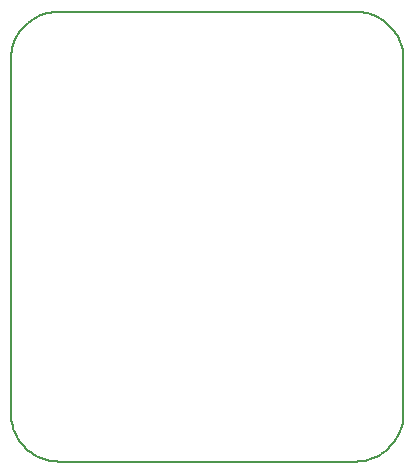
<source format=gm1>
G04*
G04 #@! TF.GenerationSoftware,Altium Limited,Altium Designer,22.5.1 (42)*
G04*
G04 Layer_Color=65535*
%FSLAX25Y25*%
%MOIN*%
G70*
G04*
G04 #@! TF.SameCoordinates,6575D538-9FDD-43DE-8B67-50E4B2F97E8D*
G04*
G04*
G04 #@! TF.FilePolarity,Positive*
G04*
G01*
G75*
%ADD13C,0.00787*%
D13*
X115000Y149994D02*
X114997Y149994D01*
X130895Y134235D02*
X130863Y135230D01*
X130769Y136221D01*
X130613Y137204D01*
X130394Y138175D01*
X130115Y139130D01*
X129776Y140066D01*
X129379Y140979D01*
X128925Y141865D01*
X128416Y142720D01*
X127853Y143542D01*
X127240Y144326D01*
X126579Y145070D01*
X125872Y145771D01*
X125122Y146426D01*
X124333Y147032D01*
X123506Y147587D01*
X122647Y148089D01*
X121757Y148536D01*
X120841Y148925D01*
X119902Y149256D01*
X118944Y149527D01*
X117971Y149737D01*
X116987Y149885D01*
X115995Y149971D01*
X115000Y149994D01*
X130894Y134099D02*
X130895Y134235D01*
X130894Y134097D02*
X130894Y134099D01*
X130894Y15999D02*
Y16000D01*
X130894Y15999D02*
Y16000D01*
X115001Y106D02*
X115999Y140D01*
X116992Y236D01*
X117977Y393D01*
X118951Y612D01*
X119908Y892D01*
X120847Y1232D01*
X121762Y1629D01*
X122651Y2083D01*
X123509Y2591D01*
X124334Y3152D01*
X125122Y3764D01*
X125871Y4424D01*
X126576Y5130D01*
X127236Y5878D01*
X127848Y6666D01*
X128410Y7491D01*
X128918Y8350D01*
X129372Y9238D01*
X129769Y10154D01*
X130108Y11092D01*
X130388Y12050D01*
X130607Y13023D01*
X130765Y14009D01*
X130861Y15002D01*
X130894Y15999D01*
X115001Y106D02*
X115001D01*
X107Y134098D02*
X107Y134097D01*
X16001Y149994D02*
X15000Y149971D01*
X14003Y149884D01*
X13014Y149734D01*
X12036Y149522D01*
X11073Y149248D01*
X10130Y148913D01*
X9209Y148520D01*
X8316Y148068D01*
X7453Y147561D01*
X6624Y147000D01*
X5832Y146388D01*
X5081Y145726D01*
X4374Y145018D01*
X3712Y144267D01*
X3100Y143475D01*
X2539Y142647D01*
X2032Y141783D01*
X1581Y140890D01*
X1187Y139970D01*
X852Y139026D01*
X579Y138064D01*
X366Y137086D01*
X216Y136096D01*
X130Y135099D01*
X107Y134098D01*
X16004Y149994D02*
X16001Y149994D01*
X107Y16000D02*
X138Y15002D01*
X232Y14008D01*
X388Y13022D01*
X606Y12047D01*
X885Y11089D01*
X1223Y10149D01*
X1619Y9233D01*
X2073Y8343D01*
X2581Y7484D01*
X3142Y6658D01*
X3754Y5869D01*
X4414Y5120D01*
X5121Y4414D01*
X5869Y3754D01*
X6658Y3142D01*
X7484Y2580D01*
X8344Y2072D01*
X9233Y1619D01*
X10150Y1222D01*
X11089Y884D01*
X12048Y606D01*
X13022Y388D01*
X14008Y231D01*
X15003Y138D01*
X16001Y106D01*
X130894Y134099D02*
Y134100D01*
X130894Y16000D02*
X130894Y134099D01*
X115000Y149994D02*
X115001D01*
X16001D02*
X115000D01*
X16001D02*
X16001D01*
X107Y134098D02*
Y134100D01*
Y134098D02*
X107Y16000D01*
Y16000D02*
Y16000D01*
X16001Y106D02*
X115001D01*
X16001D02*
X16001D01*
X115000Y149994D02*
X114997Y149994D01*
X130895Y134235D02*
X130863Y135230D01*
X130769Y136221D01*
X130613Y137204D01*
X130394Y138175D01*
X130115Y139130D01*
X129776Y140066D01*
X129379Y140979D01*
X128925Y141865D01*
X128416Y142720D01*
X127853Y143542D01*
X127240Y144326D01*
X126579Y145070D01*
X125872Y145771D01*
X125122Y146426D01*
X124333Y147032D01*
X123506Y147587D01*
X122647Y148089D01*
X121757Y148536D01*
X120841Y148925D01*
X119902Y149256D01*
X118944Y149527D01*
X117971Y149737D01*
X116987Y149885D01*
X115995Y149971D01*
X115000Y149994D01*
X130894Y134099D02*
X130895Y134235D01*
X130894Y134097D02*
X130894Y134099D01*
X130894Y15999D02*
Y16000D01*
X130894Y15999D02*
Y16000D01*
X115001Y106D02*
X115999Y140D01*
X116992Y236D01*
X117977Y393D01*
X118951Y612D01*
X119908Y892D01*
X120847Y1232D01*
X121762Y1629D01*
X122651Y2083D01*
X123509Y2591D01*
X124334Y3152D01*
X125122Y3764D01*
X125871Y4424D01*
X126576Y5130D01*
X127236Y5878D01*
X127848Y6666D01*
X128410Y7491D01*
X128918Y8350D01*
X129372Y9238D01*
X129769Y10154D01*
X130108Y11092D01*
X130388Y12050D01*
X130607Y13023D01*
X130765Y14009D01*
X130861Y15002D01*
X130894Y15999D01*
X115001Y106D02*
X115001D01*
X107Y134098D02*
X107Y134097D01*
X16001Y149994D02*
X15000Y149971D01*
X14003Y149884D01*
X13014Y149734D01*
X12036Y149522D01*
X11073Y149248D01*
X10130Y148913D01*
X9209Y148520D01*
X8316Y148068D01*
X7453Y147561D01*
X6624Y147000D01*
X5832Y146388D01*
X5081Y145726D01*
X4374Y145018D01*
X3712Y144267D01*
X3100Y143475D01*
X2539Y142647D01*
X2032Y141783D01*
X1581Y140890D01*
X1187Y139970D01*
X852Y139026D01*
X579Y138064D01*
X366Y137086D01*
X216Y136096D01*
X130Y135099D01*
X107Y134098D01*
X16004Y149994D02*
X16001Y149994D01*
X107Y16000D02*
X138Y15002D01*
X232Y14008D01*
X388Y13022D01*
X606Y12047D01*
X885Y11089D01*
X1223Y10149D01*
X1619Y9233D01*
X2073Y8343D01*
X2581Y7484D01*
X3142Y6658D01*
X3754Y5869D01*
X4414Y5120D01*
X5121Y4414D01*
X5869Y3754D01*
X6658Y3142D01*
X7484Y2580D01*
X8344Y2072D01*
X9233Y1619D01*
X10150Y1222D01*
X11089Y884D01*
X12048Y606D01*
X13022Y388D01*
X14008Y231D01*
X15003Y138D01*
X16001Y106D01*
X130894Y134099D02*
Y134100D01*
X130894Y16000D02*
X130894Y134099D01*
X115000Y149994D02*
X115001D01*
X16001D02*
X115000D01*
X16001D02*
X16001D01*
X107Y134098D02*
Y134100D01*
Y134098D02*
X107Y16000D01*
Y16000D02*
Y16000D01*
X16001Y106D02*
X115001D01*
X16001D02*
X16001D01*
M02*

</source>
